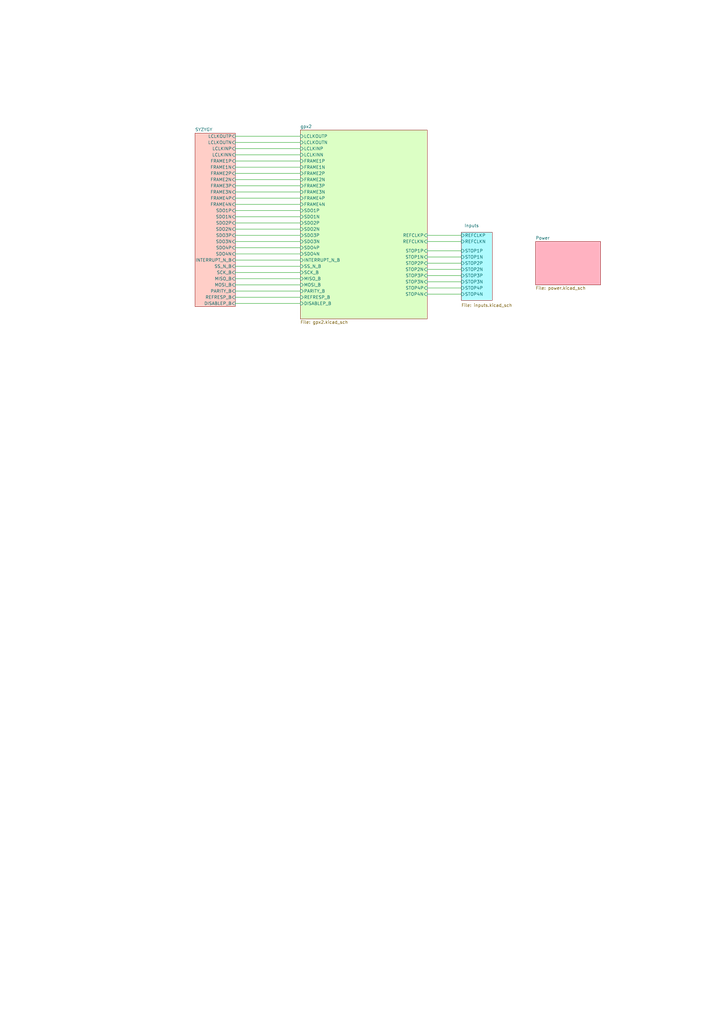
<source format=kicad_sch>
(kicad_sch
	(version 20231120)
	(generator "eeschema")
	(generator_version "8.0")
	(uuid "58794247-fa97-42c4-a3e2-816831bb0d27")
	(paper "A3" portrait)
	(lib_symbols)
	(wire
		(pts
			(xy 175.26 110.49) (xy 189.23 110.49)
		)
		(stroke
			(width 0)
			(type default)
		)
		(uuid "01250f74-8b93-4ecc-a5c1-780c0b2e8aac")
	)
	(wire
		(pts
			(xy 96.52 114.3) (xy 123.19 114.3)
		)
		(stroke
			(width 0)
			(type default)
		)
		(uuid "12166a4e-2031-4264-ba1b-605239596110")
	)
	(wire
		(pts
			(xy 175.26 115.57) (xy 189.23 115.57)
		)
		(stroke
			(width 0)
			(type default)
		)
		(uuid "1228018d-19f9-4618-bf84-97856d0846df")
	)
	(wire
		(pts
			(xy 96.52 104.14) (xy 123.19 104.14)
		)
		(stroke
			(width 0)
			(type default)
		)
		(uuid "1b9aae87-f418-4a22-925b-1ab4c4843ebc")
	)
	(wire
		(pts
			(xy 96.52 121.92) (xy 123.19 121.92)
		)
		(stroke
			(width 0)
			(type default)
		)
		(uuid "1f32b1e8-32d3-42b5-859d-73e0d04eac6d")
	)
	(wire
		(pts
			(xy 175.26 96.52) (xy 189.23 96.52)
		)
		(stroke
			(width 0)
			(type default)
		)
		(uuid "21ba81ec-629c-45d7-a1a3-0f328fa36bd2")
	)
	(wire
		(pts
			(xy 96.52 116.84) (xy 123.19 116.84)
		)
		(stroke
			(width 0)
			(type default)
		)
		(uuid "24d403ec-7d70-4668-bc09-a8dc863b6221")
	)
	(wire
		(pts
			(xy 175.26 99.06) (xy 189.23 99.06)
		)
		(stroke
			(width 0)
			(type default)
		)
		(uuid "2726aea7-037a-46c3-a7e9-d4e57fe3a8eb")
	)
	(wire
		(pts
			(xy 175.26 107.95) (xy 189.23 107.95)
		)
		(stroke
			(width 0)
			(type default)
		)
		(uuid "28dbbbcb-efe4-4637-b8ed-3733d8308f89")
	)
	(wire
		(pts
			(xy 96.52 106.68) (xy 123.19 106.68)
		)
		(stroke
			(width 0)
			(type default)
		)
		(uuid "29eac666-e194-43fa-be9a-ed2ecadb829f")
	)
	(wire
		(pts
			(xy 96.52 124.46) (xy 123.19 124.46)
		)
		(stroke
			(width 0)
			(type default)
		)
		(uuid "2ac0ae5a-b2f0-41fd-a326-ce25f33a5229")
	)
	(wire
		(pts
			(xy 96.52 60.96) (xy 123.19 60.96)
		)
		(stroke
			(width 0)
			(type default)
		)
		(uuid "2fa9c4d5-4b52-41f3-be27-0b3c2b8c7cc2")
	)
	(wire
		(pts
			(xy 96.52 68.58) (xy 123.19 68.58)
		)
		(stroke
			(width 0)
			(type default)
		)
		(uuid "35567780-a7b7-4686-ab10-0b74c8ca74f5")
	)
	(wire
		(pts
			(xy 96.52 93.98) (xy 123.19 93.98)
		)
		(stroke
			(width 0)
			(type default)
		)
		(uuid "38890b0f-2d42-42e2-81c8-554ab273bdae")
	)
	(wire
		(pts
			(xy 96.52 101.6) (xy 123.19 101.6)
		)
		(stroke
			(width 0)
			(type default)
		)
		(uuid "3ecd8180-b733-44f0-a3fc-3581edb2ff74")
	)
	(wire
		(pts
			(xy 96.52 99.06) (xy 123.19 99.06)
		)
		(stroke
			(width 0)
			(type default)
		)
		(uuid "451f2eec-4341-4cdf-b5e3-20e53f0ab63b")
	)
	(wire
		(pts
			(xy 96.52 58.42) (xy 123.19 58.42)
		)
		(stroke
			(width 0)
			(type default)
		)
		(uuid "505dab7f-eb5b-4bd7-a0ee-10898061b2ef")
	)
	(wire
		(pts
			(xy 96.52 63.5) (xy 123.19 63.5)
		)
		(stroke
			(width 0)
			(type default)
		)
		(uuid "5100d108-82f4-4194-b36d-b65c13619731")
	)
	(wire
		(pts
			(xy 96.52 73.66) (xy 123.19 73.66)
		)
		(stroke
			(width 0)
			(type default)
		)
		(uuid "5b6500a9-2d8b-41b8-a0c4-6d264d83a377")
	)
	(wire
		(pts
			(xy 96.52 78.74) (xy 123.19 78.74)
		)
		(stroke
			(width 0)
			(type default)
		)
		(uuid "624b342d-784b-4f62-b858-9e81ab28f8c3")
	)
	(wire
		(pts
			(xy 96.52 66.04) (xy 123.19 66.04)
		)
		(stroke
			(width 0)
			(type default)
		)
		(uuid "6309d2f3-52e4-4d66-b71d-efd10e844ede")
	)
	(wire
		(pts
			(xy 175.26 118.11) (xy 189.23 118.11)
		)
		(stroke
			(width 0)
			(type default)
		)
		(uuid "85140c51-d69f-4700-aad6-0bcd43c85086")
	)
	(wire
		(pts
			(xy 96.52 83.82) (xy 123.19 83.82)
		)
		(stroke
			(width 0)
			(type default)
		)
		(uuid "88aed28f-1342-40a0-82b8-ee88a6fccf8c")
	)
	(wire
		(pts
			(xy 96.52 71.12) (xy 123.19 71.12)
		)
		(stroke
			(width 0)
			(type default)
		)
		(uuid "8f5b7c33-6777-49fb-b2bc-e1242e0cd5d3")
	)
	(wire
		(pts
			(xy 175.26 105.41) (xy 189.23 105.41)
		)
		(stroke
			(width 0)
			(type default)
		)
		(uuid "a45933da-19e3-4937-8f28-9f66707f5620")
	)
	(wire
		(pts
			(xy 96.52 76.2) (xy 123.19 76.2)
		)
		(stroke
			(width 0)
			(type default)
		)
		(uuid "a8d03127-5dd7-4460-8b78-1d98201eea60")
	)
	(wire
		(pts
			(xy 175.26 120.65) (xy 189.23 120.65)
		)
		(stroke
			(width 0)
			(type default)
		)
		(uuid "ac32ab6d-b064-4acd-a764-1a27194cfba9")
	)
	(wire
		(pts
			(xy 96.52 91.44) (xy 123.19 91.44)
		)
		(stroke
			(width 0)
			(type default)
		)
		(uuid "bd1accb6-c90a-47b8-83dd-1e0c1b819bf7")
	)
	(wire
		(pts
			(xy 175.26 102.87) (xy 189.23 102.87)
		)
		(stroke
			(width 0)
			(type default)
		)
		(uuid "c02b95e6-1e45-41cb-a7c6-e02176aa7126")
	)
	(wire
		(pts
			(xy 96.52 81.28) (xy 123.19 81.28)
		)
		(stroke
			(width 0)
			(type default)
		)
		(uuid "c3e86f83-d518-4db1-a9f2-aecf579b8eb8")
	)
	(wire
		(pts
			(xy 96.52 88.9) (xy 123.19 88.9)
		)
		(stroke
			(width 0)
			(type default)
		)
		(uuid "c7b52d58-660b-4fc8-b2d1-6d319cd60ede")
	)
	(wire
		(pts
			(xy 96.52 96.52) (xy 123.19 96.52)
		)
		(stroke
			(width 0)
			(type default)
		)
		(uuid "d0188bd5-7254-4d01-8a1f-6d73d03fa401")
	)
	(wire
		(pts
			(xy 96.52 55.88) (xy 123.19 55.88)
		)
		(stroke
			(width 0)
			(type default)
		)
		(uuid "e33a0fe9-ec5a-45c6-99ef-9e650a2d18ef")
	)
	(wire
		(pts
			(xy 96.52 109.22) (xy 123.19 109.22)
		)
		(stroke
			(width 0)
			(type default)
		)
		(uuid "e3962624-eac6-4b73-ba66-ae660bffbba8")
	)
	(wire
		(pts
			(xy 96.52 86.36) (xy 123.19 86.36)
		)
		(stroke
			(width 0)
			(type default)
		)
		(uuid "e8f1253b-5dd0-454e-97bd-379460b712c4")
	)
	(wire
		(pts
			(xy 175.26 113.03) (xy 189.23 113.03)
		)
		(stroke
			(width 0)
			(type default)
		)
		(uuid "e91a00c3-3eaf-4de0-845f-e597b56b6742")
	)
	(wire
		(pts
			(xy 96.52 111.76) (xy 123.19 111.76)
		)
		(stroke
			(width 0)
			(type default)
		)
		(uuid "ec399303-29ff-4567-ab5e-98a83a95adcf")
	)
	(wire
		(pts
			(xy 96.52 119.38) (xy 123.19 119.38)
		)
		(stroke
			(width 0)
			(type default)
		)
		(uuid "f459eba7-6a37-4dfc-9bfd-b3d19a46a987")
	)
	(sheet
		(at 123.19 53.34)
		(size 52.07 77.47)
		(fields_autoplaced yes)
		(stroke
			(width 0.1524)
			(type solid)
		)
		(fill
			(color 220 255 197 1.0000)
		)
		(uuid "6f7b7525-eff1-434a-9274-b073755f2d37")
		(property "Sheetname" "gpx2"
			(at 123.19 52.6284 0)
			(effects
				(font
					(size 1.27 1.27)
				)
				(justify left bottom)
			)
		)
		(property "Sheetfile" "gpx2.kicad_sch"
			(at 123.19 131.3946 0)
			(effects
				(font
					(size 1.27 1.27)
				)
				(justify left top)
			)
		)
		(pin "FRAME1P" input
			(at 123.19 66.04 180)
			(effects
				(font
					(size 1.27 1.27)
				)
				(justify left)
			)
			(uuid "371ebe11-8b76-4be6-bf05-d33caf3d240e")
		)
		(pin "FRAME1N" input
			(at 123.19 68.58 180)
			(effects
				(font
					(size 1.27 1.27)
				)
				(justify left)
			)
			(uuid "ac52f322-71a7-4816-ac1e-2f7e44530fb4")
		)
		(pin "FRAME2N" input
			(at 123.19 73.66 180)
			(effects
				(font
					(size 1.27 1.27)
				)
				(justify left)
			)
			(uuid "cab664f2-fe13-433c-8dd9-e48e6244e58c")
		)
		(pin "FRAME2P" input
			(at 123.19 71.12 180)
			(effects
				(font
					(size 1.27 1.27)
				)
				(justify left)
			)
			(uuid "7061a46b-e165-43e5-a721-638d600a1747")
		)
		(pin "LCLKOUTP" input
			(at 123.19 55.88 180)
			(effects
				(font
					(size 1.27 1.27)
				)
				(justify left)
			)
			(uuid "1048b1bc-39a5-4dac-815f-68720d71bd12")
		)
		(pin "LCLKINP" input
			(at 123.19 60.96 180)
			(effects
				(font
					(size 1.27 1.27)
				)
				(justify left)
			)
			(uuid "675db151-a258-445e-9099-aeddd77d5633")
		)
		(pin "LCLKINN" input
			(at 123.19 63.5 180)
			(effects
				(font
					(size 1.27 1.27)
				)
				(justify left)
			)
			(uuid "941fe6ac-55a8-452a-866c-402b1ea93907")
		)
		(pin "LCLKOUTN" input
			(at 123.19 58.42 180)
			(effects
				(font
					(size 1.27 1.27)
				)
				(justify left)
			)
			(uuid "7d1b3be5-5f47-4d6c-ab37-8cfbc25f59d0")
		)
		(pin "SDO1P" input
			(at 123.19 86.36 180)
			(effects
				(font
					(size 1.27 1.27)
				)
				(justify left)
			)
			(uuid "85ecea95-4d96-49ac-b272-a741f9c3acd5")
		)
		(pin "SDO1N" input
			(at 123.19 88.9 180)
			(effects
				(font
					(size 1.27 1.27)
				)
				(justify left)
			)
			(uuid "d8ab6a3f-e3e8-4115-9ced-bb4f6c80d2c1")
		)
		(pin "SDO2P" input
			(at 123.19 91.44 180)
			(effects
				(font
					(size 1.27 1.27)
				)
				(justify left)
			)
			(uuid "37a9e265-bdf8-4df7-9418-2fbc7c4171eb")
		)
		(pin "SDO3N" input
			(at 123.19 99.06 180)
			(effects
				(font
					(size 1.27 1.27)
				)
				(justify left)
			)
			(uuid "bf5868c5-9cab-43ed-8b88-dce4a0a91517")
		)
		(pin "SDO4P" input
			(at 123.19 101.6 180)
			(effects
				(font
					(size 1.27 1.27)
				)
				(justify left)
			)
			(uuid "560a54b1-ee74-444a-bd9b-4fd84f462e1c")
		)
		(pin "SDO4N" input
			(at 123.19 104.14 180)
			(effects
				(font
					(size 1.27 1.27)
				)
				(justify left)
			)
			(uuid "c78f821f-3043-4b18-a8d6-4eff8b5dbbb3")
		)
		(pin "SDO2N" input
			(at 123.19 93.98 180)
			(effects
				(font
					(size 1.27 1.27)
				)
				(justify left)
			)
			(uuid "6e4486f8-bb62-4cac-85f7-673cac432f45")
		)
		(pin "SDO3P" input
			(at 123.19 96.52 180)
			(effects
				(font
					(size 1.27 1.27)
				)
				(justify left)
			)
			(uuid "a386587f-0249-4eed-a7d9-6ad0a1aa7d39")
		)
		(pin "STOP4P" input
			(at 175.26 118.11 0)
			(effects
				(font
					(size 1.27 1.27)
				)
				(justify right)
			)
			(uuid "f9a6a195-64ed-483d-80e2-3264cad48e61")
		)
		(pin "STOP4N" input
			(at 175.26 120.65 0)
			(effects
				(font
					(size 1.27 1.27)
				)
				(justify right)
			)
			(uuid "89e99700-2dd9-423f-8d07-1034e0e61aed")
		)
		(pin "FRAME3P" input
			(at 123.19 76.2 180)
			(effects
				(font
					(size 1.27 1.27)
				)
				(justify left)
			)
			(uuid "be11e090-bbf7-4092-99fc-bc61b0072fa7")
		)
		(pin "FRAME4N" input
			(at 123.19 83.82 180)
			(effects
				(font
					(size 1.27 1.27)
				)
				(justify left)
			)
			(uuid "b9c5c226-6928-43b2-a213-699c74f297c2")
		)
		(pin "FRAME3N" input
			(at 123.19 78.74 180)
			(effects
				(font
					(size 1.27 1.27)
				)
				(justify left)
			)
			(uuid "94613921-d8b2-4fd5-83f0-c63614acb45d")
		)
		(pin "FRAME4P" input
			(at 123.19 81.28 180)
			(effects
				(font
					(size 1.27 1.27)
				)
				(justify left)
			)
			(uuid "0e14eb0b-527e-4eba-95c2-b55499440e26")
		)
		(pin "REFCLKN" input
			(at 175.26 99.06 0)
			(effects
				(font
					(size 1.27 1.27)
				)
				(justify right)
			)
			(uuid "332c0b81-ddce-4a00-a6ad-0455a3271d6b")
		)
		(pin "REFCLKP" input
			(at 175.26 96.52 0)
			(effects
				(font
					(size 1.27 1.27)
				)
				(justify right)
			)
			(uuid "10470dc6-cc39-4265-8935-acc8bae79ca8")
		)
		(pin "STOP2N" input
			(at 175.26 110.49 0)
			(effects
				(font
					(size 1.27 1.27)
				)
				(justify right)
			)
			(uuid "47b24506-09ef-49fc-b0f2-438ef98bd7b9")
		)
		(pin "STOP3P" input
			(at 175.26 113.03 0)
			(effects
				(font
					(size 1.27 1.27)
				)
				(justify right)
			)
			(uuid "d2ab8cbd-4701-44b0-b030-61622966ccd8")
		)
		(pin "STOP3N" input
			(at 175.26 115.57 0)
			(effects
				(font
					(size 1.27 1.27)
				)
				(justify right)
			)
			(uuid "48482d56-20bd-4984-a3b1-dd2e48e868f8")
		)
		(pin "STOP1N" input
			(at 175.26 105.41 0)
			(effects
				(font
					(size 1.27 1.27)
				)
				(justify right)
			)
			(uuid "c4e33bde-779f-4311-b984-c685e75da4ed")
		)
		(pin "STOP2P" input
			(at 175.26 107.95 0)
			(effects
				(font
					(size 1.27 1.27)
				)
				(justify right)
			)
			(uuid "8bbc4aae-606f-4c57-b5a0-79b246cf0a4f")
		)
		(pin "STOP1P" input
			(at 175.26 102.87 0)
			(effects
				(font
					(size 1.27 1.27)
				)
				(justify right)
			)
			(uuid "edc668ac-034d-439f-98f7-2d46068916ba")
		)
		(pin "DISABLEP_B" input
			(at 123.19 124.46 180)
			(effects
				(font
					(size 1.27 1.27)
				)
				(justify left)
			)
			(uuid "60ee3bbc-6ad3-4682-b481-088ca9f2e2fc")
		)
		(pin "REFRESP_B" input
			(at 123.19 121.92 180)
			(effects
				(font
					(size 1.27 1.27)
				)
				(justify left)
			)
			(uuid "0462ae44-baff-438b-ae18-1c889cc31161")
		)
		(pin "MOSI_B" input
			(at 123.19 116.84 180)
			(effects
				(font
					(size 1.27 1.27)
				)
				(justify left)
			)
			(uuid "2b435cb9-1183-459c-8a72-9afa8cc37281")
		)
		(pin "MISO_B" input
			(at 123.19 114.3 180)
			(effects
				(font
					(size 1.27 1.27)
				)
				(justify left)
			)
			(uuid "daafa01f-2691-4112-932f-26df02aeb011")
		)
		(pin "SS_N_B" input
			(at 123.19 109.22 180)
			(effects
				(font
					(size 1.27 1.27)
				)
				(justify left)
			)
			(uuid "a3a1f0c3-7895-4141-a373-a856c080a479")
		)
		(pin "SCK_B" input
			(at 123.19 111.76 180)
			(effects
				(font
					(size 1.27 1.27)
				)
				(justify left)
			)
			(uuid "f4852343-eb29-4342-9c14-6e5b0f895c99")
		)
		(pin "PARITY_B" input
			(at 123.19 119.38 180)
			(effects
				(font
					(size 1.27 1.27)
				)
				(justify left)
			)
			(uuid "f0d21c05-b5b0-4fe7-bf82-6b3d0a00dbb4")
		)
		(pin "INTERRUPT_N_B" input
			(at 123.19 106.68 180)
			(effects
				(font
					(size 1.27 1.27)
				)
				(justify left)
			)
			(uuid "cf6ff80e-ad3e-4f4a-8a0e-84e07f0a38ef")
		)
		(instances
			(project "syzygy_gpx2_2_1"
				(path "/58794247-fa97-42c4-a3e2-816831bb0d27"
					(page "2")
				)
			)
		)
	)
	(sheet
		(at 80.01 54.61)
		(size 16.51 71.12)
		(fields_autoplaced yes)
		(stroke
			(width 0.1524)
			(type solid)
		)
		(fill
			(color 255 206 199 1.0000)
		)
		(uuid "7fea9558-149f-42ef-aa6e-85a6489f3731")
		(property "Sheetname" "SYZYGY"
			(at 80.01 53.8984 0)
			(effects
				(font
					(size 1.27 1.27)
				)
				(justify left bottom)
			)
		)
		(property "Sheetfile" "syzygy.kicad_sch"
			(at 80.01 126.3146 0)
			(effects
				(font
					(size 1.27 1.27)
				)
				(justify left top)
				(hide yes)
			)
		)
		(pin "LCLKINP" input
			(at 96.52 60.96 0)
			(effects
				(font
					(size 1.27 1.27)
				)
				(justify right)
			)
			(uuid "28805fcb-09f7-4daa-bf1c-9225315a3f0d")
		)
		(pin "LCLKINN" input
			(at 96.52 63.5 0)
			(effects
				(font
					(size 1.27 1.27)
				)
				(justify right)
			)
			(uuid "2870dda3-143f-4a87-b73c-8c5a55ee97c3")
		)
		(pin "SDO3N" input
			(at 96.52 99.06 0)
			(effects
				(font
					(size 1.27 1.27)
				)
				(justify right)
			)
			(uuid "69fdb460-03b7-4c08-add3-57ef9e319b6d")
		)
		(pin "SDO4P" input
			(at 96.52 101.6 0)
			(effects
				(font
					(size 1.27 1.27)
				)
				(justify right)
			)
			(uuid "51c89b68-3dba-4fef-ba37-9da081949588")
		)
		(pin "SDO4N" input
			(at 96.52 104.14 0)
			(effects
				(font
					(size 1.27 1.27)
				)
				(justify right)
			)
			(uuid "2f4fd1fd-2b18-4342-bbc3-c7e227867daa")
		)
		(pin "SDO2N" input
			(at 96.52 93.98 0)
			(effects
				(font
					(size 1.27 1.27)
				)
				(justify right)
			)
			(uuid "e249f57e-7720-4b5c-a763-471552a6e826")
		)
		(pin "SDO3P" input
			(at 96.52 96.52 0)
			(effects
				(font
					(size 1.27 1.27)
				)
				(justify right)
			)
			(uuid "554031f7-8644-41f0-847a-e16725bb2d86")
		)
		(pin "SDO1N" input
			(at 96.52 88.9 0)
			(effects
				(font
					(size 1.27 1.27)
				)
				(justify right)
			)
			(uuid "e680413b-6f65-411f-8e87-99c3dc3ea55a")
		)
		(pin "SDO1P" input
			(at 96.52 86.36 0)
			(effects
				(font
					(size 1.27 1.27)
				)
				(justify right)
			)
			(uuid "8d5db7e7-0461-4a43-8c3a-518c94edb9d9")
		)
		(pin "SDO2P" input
			(at 96.52 91.44 0)
			(effects
				(font
					(size 1.27 1.27)
				)
				(justify right)
			)
			(uuid "40e32174-6572-4f08-8e77-f81232a97d98")
		)
		(pin "FRAME4N" input
			(at 96.52 83.82 0)
			(effects
				(font
					(size 1.27 1.27)
				)
				(justify right)
			)
			(uuid "75d44a9a-237e-4f23-9632-070e2bdce0c1")
		)
		(pin "FRAME3N" input
			(at 96.52 78.74 0)
			(effects
				(font
					(size 1.27 1.27)
				)
				(justify right)
			)
			(uuid "4922a5ea-0826-46d4-aedb-d3c8a95d82a5")
		)
		(pin "FRAME2P" input
			(at 96.52 71.12 0)
			(effects
				(font
					(size 1.27 1.27)
				)
				(justify right)
			)
			(uuid "a37cfa19-2eef-421b-a970-b48869d12bcc")
		)
		(pin "FRAME2N" input
			(at 96.52 73.66 0)
			(effects
				(font
					(size 1.27 1.27)
				)
				(justify right)
			)
			(uuid "25f92739-f077-4b27-bccd-52436801d7e7")
		)
		(pin "FRAME3P" input
			(at 96.52 76.2 0)
			(effects
				(font
					(size 1.27 1.27)
				)
				(justify right)
			)
			(uuid "06853496-470c-455c-b8e4-e78071815e5f")
		)
		(pin "FRAME4P" input
			(at 96.52 81.28 0)
			(effects
				(font
					(size 1.27 1.27)
				)
				(justify right)
			)
			(uuid "3286f6f2-da0c-4973-a9d7-eeaaba6039d6")
		)
		(pin "FRAME1P" input
			(at 96.52 66.04 0)
			(effects
				(font
					(size 1.27 1.27)
				)
				(justify right)
			)
			(uuid "ea635ea1-8b0a-4e6f-863e-16581f33e60d")
		)
		(pin "FRAME1N" input
			(at 96.52 68.58 0)
			(effects
				(font
					(size 1.27 1.27)
				)
				(justify right)
			)
			(uuid "53fe0d89-41eb-4c58-a4dc-c52c0203b4be")
		)
		(pin "LCLKOUTN" input
			(at 96.52 58.42 0)
			(effects
				(font
					(size 1.27 1.27)
				)
				(justify right)
			)
			(uuid "9117bbc7-c5dc-449e-b8d0-4ce7e8908185")
		)
		(pin "LCLKOUTP" input
			(at 96.52 55.88 0)
			(effects
				(font
					(size 1.27 1.27)
				)
				(justify right)
			)
			(uuid "f42b36d9-aa9d-4434-8cb8-45f694da35c5")
		)
		(pin "SS_N_B" input
			(at 96.52 109.22 0)
			(effects
				(font
					(size 1.27 1.27)
				)
				(justify right)
			)
			(uuid "a6662f84-3014-43fd-b56b-0416c0495f48")
		)
		(pin "SCK_B" input
			(at 96.52 111.76 0)
			(effects
				(font
					(size 1.27 1.27)
				)
				(justify right)
			)
			(uuid "60055b83-dfe4-4af2-b04e-d625f719b334")
		)
		(pin "MOSI_B" input
			(at 96.52 116.84 0)
			(effects
				(font
					(size 1.27 1.27)
				)
				(justify right)
			)
			(uuid "8f406c71-a5d9-42de-b057-0d2cbd157325")
		)
		(pin "INTERRUPT_N_B" input
			(at 96.52 106.68 0)
			(effects
				(font
					(size 1.27 1.27)
				)
				(justify right)
			)
			(uuid "d3fc732d-2132-427b-be37-0053621380f3")
		)
		(pin "REFRESP_B" input
			(at 96.52 121.92 0)
			(effects
				(font
					(size 1.27 1.27)
				)
				(justify right)
			)
			(uuid "32d615be-070f-472a-af86-48683217e472")
		)
		(pin "PARITY_B" input
			(at 96.52 119.38 0)
			(effects
				(font
					(size 1.27 1.27)
				)
				(justify right)
			)
			(uuid "ed5e28b6-fe7f-460a-9ecb-a2b1a3948bd9")
		)
		(pin "DISABLEP_B" input
			(at 96.52 124.46 0)
			(effects
				(font
					(size 1.27 1.27)
				)
				(justify right)
			)
			(uuid "2eb491d5-1adb-45ca-8729-9954bf9033ac")
		)
		(pin "MISO_B" input
			(at 96.52 114.3 0)
			(effects
				(font
					(size 1.27 1.27)
				)
				(justify right)
			)
			(uuid "0bb1b2b9-4e7e-42e7-b188-94dce559267b")
		)
		(instances
			(project "syzygy_gpx2_2_1"
				(path "/58794247-fa97-42c4-a3e2-816831bb0d27"
					(page "6")
				)
			)
		)
	)
	(sheet
		(at 219.71 99.06)
		(size 26.67 17.78)
		(fields_autoplaced yes)
		(stroke
			(width 0.1524)
			(type solid)
		)
		(fill
			(color 255 178 193 1.0000)
		)
		(uuid "c67a99a3-3a9a-40ba-b6e2-863a97fdf2a7")
		(property "Sheetname" "Power"
			(at 219.71 98.3484 0)
			(effects
				(font
					(size 1.27 1.27)
				)
				(justify left bottom)
			)
		)
		(property "Sheetfile" "power.kicad_sch"
			(at 219.71 117.4246 0)
			(effects
				(font
					(size 1.27 1.27)
				)
				(justify left top)
			)
		)
		(instances
			(project "syzygy_gpx2_2_1"
				(path "/58794247-fa97-42c4-a3e2-816831bb0d27"
					(page "4")
				)
			)
		)
	)
	(sheet
		(at 189.23 95.25)
		(size 12.7 27.94)
		(stroke
			(width 0.1524)
			(type solid)
		)
		(fill
			(color 175 251 255 1.0000)
		)
		(uuid "f5447f43-273a-4622-b6db-031d14987e98")
		(property "Sheetname" "Inputs"
			(at 190.5 93.2684 0)
			(effects
				(font
					(size 1.27 1.27)
				)
				(justify left bottom)
			)
		)
		(property "Sheetfile" "inputs.kicad_sch"
			(at 189.23 124.46 0)
			(effects
				(font
					(size 1.27 1.27)
				)
				(justify left top)
			)
		)
		(pin "STOP4N" input
			(at 189.23 120.65 180)
			(effects
				(font
					(size 1.27 1.27)
				)
				(justify left)
			)
			(uuid "cc887b75-b1d8-4ad5-ad0d-7c2cadddf1f9")
		)
		(pin "STOP4P" input
			(at 189.23 118.11 180)
			(effects
				(font
					(size 1.27 1.27)
				)
				(justify left)
			)
			(uuid "18510543-08b2-49cc-90ad-9cd047fdd142")
		)
		(pin "STOP3P" input
			(at 189.23 113.03 180)
			(effects
				(font
					(size 1.27 1.27)
				)
				(justify left)
			)
			(uuid "e0d052f1-8da8-445e-bb4e-5f699b78a349")
		)
		(pin "STOP3N" input
			(at 189.23 115.57 180)
			(effects
				(font
					(size 1.27 1.27)
				)
				(justify left)
			)
			(uuid "aa69c241-172d-4574-8739-1e9e34ddf5e2")
		)
		(pin "REFCLKN" input
			(at 189.23 99.06 180)
			(effects
				(font
					(size 1.27 1.27)
				)
				(justify left)
			)
			(uuid "40a39403-2496-44a2-b632-f753a0dedd4b")
		)
		(pin "REFCLKP" input
			(at 189.23 96.52 180)
			(effects
				(font
					(size 1.27 1.27)
				)
				(justify left)
			)
			(uuid "c5a7e002-7ecf-4336-9525-a24123da4a6c")
		)
		(pin "STOP1P" input
			(at 189.23 102.87 180)
			(effects
				(font
					(size 1.27 1.27)
				)
				(justify left)
			)
			(uuid "339c9138-d24d-4d45-a1e3-b8f5db7af18d")
		)
		(pin "STOP2N" input
			(at 189.23 110.49 180)
			(effects
				(font
					(size 1.27 1.27)
				)
				(justify left)
			)
			(uuid "dec7048b-d993-4797-b128-ab2bc04370b5")
		)
		(pin "STOP2P" input
			(at 189.23 107.95 180)
			(effects
				(font
					(size 1.27 1.27)
				)
				(justify left)
			)
			(uuid "38a3da08-83e3-494a-a078-9a55b3e2c4ae")
		)
		(pin "STOP1N" input
			(at 189.23 105.41 180)
			(effects
				(font
					(size 1.27 1.27)
				)
				(justify left)
			)
			(uuid "309ca1fa-2fe6-484d-af5f-7ea1a0cd1bde")
		)
		(instances
			(project "syzygy_gpx2_2_1"
				(path "/58794247-fa97-42c4-a3e2-816831bb0d27"
					(page "5")
				)
			)
		)
	)
	(sheet_instances
		(path "/"
			(page "1")
		)
	)
)

</source>
